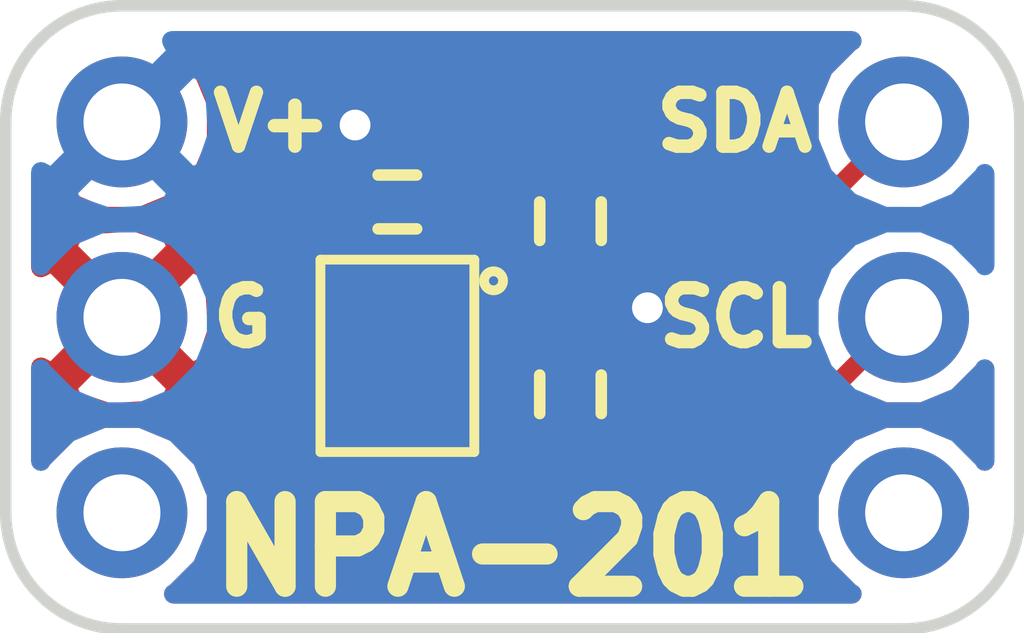
<source format=kicad_pcb>
(kicad_pcb (version 4) (host pcbnew 4.0.5-e0-6337~49~ubuntu15.04.1)

  (general
    (links 12)
    (no_connects 0)
    (area 127.616191 94.485 145.866667 105.785)
    (thickness 1.6)
    (drawings 13)
    (tracks 27)
    (zones 0)
    (modules 6)
    (nets 7)
  )

  (page A)
  (title_block
    (title "NPA 201 Breakout")
    (date 2017-01-26)
    (rev 1.0)
  )

  (layers
    (0 F.Cu signal)
    (31 B.Cu signal)
    (32 B.Adhes user)
    (33 F.Adhes user)
    (34 B.Paste user)
    (35 F.Paste user)
    (36 B.SilkS user)
    (37 F.SilkS user)
    (38 B.Mask user)
    (39 F.Mask user)
    (40 Dwgs.User user)
    (41 Cmts.User user)
    (42 Eco1.User user)
    (43 Eco2.User user)
    (44 Edge.Cuts user)
    (45 Margin user)
    (46 B.CrtYd user)
    (47 F.CrtYd user)
    (48 B.Fab user)
    (49 F.Fab user)
  )

  (setup
    (last_trace_width 0.25)
    (trace_clearance 0.2)
    (zone_clearance 0.254)
    (zone_45_only no)
    (trace_min 0.2)
    (segment_width 0.2)
    (edge_width 0.15)
    (via_size 0.6)
    (via_drill 0.4)
    (via_min_size 0.4)
    (via_min_drill 0.3)
    (uvia_size 0.3)
    (uvia_drill 0.1)
    (uvias_allowed no)
    (uvia_min_size 0.2)
    (uvia_min_drill 0.1)
    (pcb_text_width 0.3)
    (pcb_text_size 1.5 1.5)
    (mod_edge_width 0.15)
    (mod_text_size 1 1)
    (mod_text_width 0.15)
    (pad_size 1.524 1.524)
    (pad_drill 0.762)
    (pad_to_mask_clearance 0.2)
    (aux_axis_origin 0 0)
    (visible_elements FFFFFF7F)
    (pcbplotparams
      (layerselection 0x010f0_80000001)
      (usegerberextensions true)
      (excludeedgelayer true)
      (linewidth 0.100000)
      (plotframeref false)
      (viasonmask false)
      (mode 1)
      (useauxorigin false)
      (hpglpennumber 1)
      (hpglpenspeed 20)
      (hpglpendiameter 15)
      (hpglpenoverlay 2)
      (psnegative false)
      (psa4output false)
      (plotreference false)
      (plotvalue false)
      (plotinvisibletext false)
      (padsonsilk false)
      (subtractmaskfromsilk false)
      (outputformat 1)
      (mirror false)
      (drillshape 0)
      (scaleselection 1)
      (outputdirectory gerbers/))
  )

  (net 0 "")
  (net 1 +3V3)
  (net 2 GND)
  (net 3 /I2C_SDA)
  (net 4 /I2C_SCL)
  (net 5 "Net-(U1-Pad2)")
  (net 6 "Net-(U1-Pad5)")

  (net_class Default "This is the default net class."
    (clearance 0.2)
    (trace_width 0.25)
    (via_dia 0.6)
    (via_drill 0.4)
    (uvia_dia 0.3)
    (uvia_drill 0.1)
    (add_net +3V3)
    (add_net /I2C_SCL)
    (add_net /I2C_SDA)
    (add_net GND)
    (add_net "Net-(U1-Pad2)")
    (add_net "Net-(U1-Pad5)")
  )

  (module NPA_201_Breakout:Pin_Header_1x3_2.54mm_Pitch (layer F.Cu) (tedit 58753904) (tstamp 587538A4)
    (at 131.84 97.46)
    (path /58752F3E)
    (fp_text reference P1 (at 0 -2) (layer F.SilkS) hide
      (effects (font (size 1 1) (thickness 0.15)))
    )
    (fp_text value PWR_CONN (at 0 7.25) (layer F.Fab) hide
      (effects (font (size 1 1) (thickness 0.15)))
    )
    (pad 1 thru_hole circle (at 0 0) (size 1.7 1.7) (drill 1) (layers *.Cu *.Mask)
      (net 1 +3V3))
    (pad 2 thru_hole circle (at 0 2.54) (size 1.7 1.7) (drill 1) (layers *.Cu *.Mask)
      (net 2 GND))
    (pad 3 thru_hole circle (at 0 5.08) (size 1.7 1.7) (drill 1) (layers *.Cu *.Mask))
  )

  (module NPA_201_Breakout:Pin_Header_1x3_2.54mm_Pitch (layer F.Cu) (tedit 58753906) (tstamp 587538AB)
    (at 142 97.46)
    (path /58752FDF)
    (fp_text reference P2 (at 0 -2) (layer F.SilkS) hide
      (effects (font (size 1 1) (thickness 0.15)))
    )
    (fp_text value I2C_CONN (at 0 7.25) (layer F.Fab) hide
      (effects (font (size 1 1) (thickness 0.15)))
    )
    (pad 1 thru_hole circle (at 0 0) (size 1.7 1.7) (drill 1) (layers *.Cu *.Mask)
      (net 3 /I2C_SDA))
    (pad 2 thru_hole circle (at 0 2.54) (size 1.7 1.7) (drill 1) (layers *.Cu *.Mask)
      (net 4 /I2C_SCL))
    (pad 3 thru_hole circle (at 0 5.08) (size 1.7 1.7) (drill 1) (layers *.Cu *.Mask))
  )

  (module NPA_201_Breakout:NPA_201 (layer F.Cu) (tedit 58753B26) (tstamp 587538C8)
    (at 135.42 100.5 270)
    (path /58752C86)
    (fp_text reference U1 (at 0 -2 270) (layer F.SilkS) hide
      (effects (font (size 1 1) (thickness 0.15)))
    )
    (fp_text value NPA201 (at 0 2 270) (layer F.Fab) hide
      (effects (font (size 1 1) (thickness 0.15)))
    )
    (fp_circle (center -0.975 -1.25) (end -0.975 -1.19) (layer F.SilkS) (width 0.127))
    (fp_line (start -1.25 1) (end -1.25 -1) (layer F.SilkS) (width 0.127))
    (fp_line (start 1.25 1) (end -1.25 1) (layer F.SilkS) (width 0.127))
    (fp_line (start 1.25 -1) (end 1.25 1) (layer F.SilkS) (width 0.127))
    (fp_line (start -1.25 -1) (end 1.25 -1) (layer F.SilkS) (width 0.127))
    (pad 1 smd rect (at -0.975 -0.725 270) (size 0.4 0.4) (layers F.Cu F.Paste F.Mask)
      (net 2 GND) (solder_mask_margin 0.05) (solder_paste_margin -0.025))
    (pad 2 smd rect (at -0.325 -0.725 270) (size 0.4 0.4) (layers F.Cu F.Paste F.Mask)
      (net 5 "Net-(U1-Pad2)") (solder_mask_margin 0.05) (solder_paste_margin -0.025))
    (pad 3 smd rect (at 0.325 -0.725 270) (size 0.4 0.4) (layers F.Cu F.Paste F.Mask)
      (net 3 /I2C_SDA) (solder_mask_margin 0.05) (solder_paste_margin -0.025))
    (pad 4 smd rect (at 0.975 -0.725 270) (size 0.4 0.4) (layers F.Cu F.Paste F.Mask)
      (net 4 /I2C_SCL) (solder_mask_margin 0.05) (solder_paste_margin -0.025))
    (pad 8 smd rect (at -0.975 0.725 270) (size 0.4 0.4) (layers F.Cu F.Paste F.Mask)
      (net 1 +3V3) (solder_mask_margin 0.05) (solder_paste_margin -0.025))
    (pad 7 smd rect (at -0.325 0.725 270) (size 0.4 0.4) (layers F.Cu F.Paste F.Mask)
      (net 2 GND) (solder_mask_margin 0.05) (solder_paste_margin -0.025))
    (pad 6 smd rect (at 0.325 0.725 270) (size 0.4 0.4) (layers F.Cu F.Paste F.Mask)
      (net 1 +3V3) (solder_mask_margin 0.05) (solder_paste_margin -0.025))
    (pad 5 smd rect (at 0.975 0.725 270) (size 0.4 0.4) (layers F.Cu F.Paste F.Mask)
      (net 6 "Net-(U1-Pad5)") (solder_mask_margin 0.05) (solder_paste_margin -0.025))
  )

  (module NPA_201_Breakout:C_0402 (layer F.Cu) (tedit 58754555) (tstamp 5875389D)
    (at 135.42 98.5)
    (descr "Capacitor SMD 0402, reflow soldering, AVX (see smccp.pdf)")
    (tags "capacitor 0402")
    (path /58752A02)
    (attr smd)
    (fp_text reference C1 (at 0 -1.7) (layer F.SilkS) hide
      (effects (font (size 1 1) (thickness 0.15)))
    )
    (fp_text value 0.1uF (at 0 1.7) (layer F.Fab) hide
      (effects (font (size 1 1) (thickness 0.15)))
    )
    (fp_line (start -0.5 0.25) (end -0.5 -0.25) (layer F.Fab) (width 0.15))
    (fp_line (start 0.5 0.25) (end -0.5 0.25) (layer F.Fab) (width 0.15))
    (fp_line (start 0.5 -0.25) (end 0.5 0.25) (layer F.Fab) (width 0.15))
    (fp_line (start -0.5 -0.25) (end 0.5 -0.25) (layer F.Fab) (width 0.15))
    (fp_line (start -1.15 -0.6) (end 1.15 -0.6) (layer F.CrtYd) (width 0.05))
    (fp_line (start -1.15 0.6) (end 1.15 0.6) (layer F.CrtYd) (width 0.05))
    (fp_line (start -1.15 -0.6) (end -1.15 0.6) (layer F.CrtYd) (width 0.05))
    (fp_line (start 1.15 -0.6) (end 1.15 0.6) (layer F.CrtYd) (width 0.05))
    (fp_line (start 0.25 -0.35) (end -0.25 -0.35) (layer F.SilkS) (width 0.15))
    (fp_line (start -0.25 0.35) (end 0.25 0.35) (layer F.SilkS) (width 0.15))
    (pad 1 smd rect (at -0.55 0) (size 0.6 0.5) (layers F.Cu F.Paste F.Mask)
      (net 1 +3V3) (solder_mask_margin 0.1))
    (pad 2 smd rect (at 0.55 0) (size 0.6 0.5) (layers F.Cu F.Paste F.Mask)
      (net 2 GND) (solder_mask_margin 0.1))
    (model Capacitors_SMD.3dshapes/C_0402.wrl
      (at (xyz 0 0 0))
      (scale (xyz 1 1 1))
      (rotate (xyz 0 0 0))
    )
  )

  (module NPA_201_Breakout:R_0402 (layer F.Cu) (tedit 587545B1) (tstamp 587538B7)
    (at 137.67 98.75 90)
    (descr "Resistor SMD 0402, reflow soldering, Vishay (see dcrcw.pdf)")
    (tags "resistor 0402")
    (path /58752A7A)
    (attr smd)
    (fp_text reference R2 (at 0 -1.8 90) (layer F.SilkS) hide
      (effects (font (size 1 1) (thickness 0.15)))
    )
    (fp_text value 4.7K (at 0 1.8 90) (layer F.Fab) hide
      (effects (font (size 1 1) (thickness 0.15)))
    )
    (fp_line (start -0.5 0.25) (end -0.5 -0.25) (layer F.Fab) (width 0.1))
    (fp_line (start 0.5 0.25) (end -0.5 0.25) (layer F.Fab) (width 0.1))
    (fp_line (start 0.5 -0.25) (end 0.5 0.25) (layer F.Fab) (width 0.1))
    (fp_line (start -0.5 -0.25) (end 0.5 -0.25) (layer F.Fab) (width 0.1))
    (fp_line (start -0.95 -0.65) (end 0.95 -0.65) (layer F.CrtYd) (width 0.05))
    (fp_line (start -0.95 0.65) (end 0.95 0.65) (layer F.CrtYd) (width 0.05))
    (fp_line (start -0.95 -0.65) (end -0.95 0.65) (layer F.CrtYd) (width 0.05))
    (fp_line (start 0.95 -0.65) (end 0.95 0.65) (layer F.CrtYd) (width 0.05))
    (fp_line (start 0.25 -0.4) (end -0.25 -0.4) (layer F.SilkS) (width 0.15))
    (fp_line (start -0.25 0.4) (end 0.25 0.4) (layer F.SilkS) (width 0.15))
    (pad 1 smd rect (at -0.45 0 90) (size 0.4 0.6) (layers F.Cu F.Paste F.Mask)
      (net 1 +3V3) (solder_mask_margin 0.1))
    (pad 2 smd rect (at 0.45 0 90) (size 0.4 0.6) (layers F.Cu F.Paste F.Mask)
      (net 3 /I2C_SDA) (solder_mask_margin 0.1))
    (model Resistors_SMD.3dshapes/R_0402.wrl
      (at (xyz 0 0 0))
      (scale (xyz 1 1 1))
      (rotate (xyz 0 0 0))
    )
  )

  (module NPA_201_Breakout:R_0402 (layer F.Cu) (tedit 587545B1) (tstamp 587538B1)
    (at 137.67 101 270)
    (descr "Resistor SMD 0402, reflow soldering, Vishay (see dcrcw.pdf)")
    (tags "resistor 0402")
    (path /58752A57)
    (attr smd)
    (fp_text reference R1 (at 0 -1.8 270) (layer F.SilkS) hide
      (effects (font (size 1 1) (thickness 0.15)))
    )
    (fp_text value 4.7K (at 0 1.8 270) (layer F.Fab) hide
      (effects (font (size 1 1) (thickness 0.15)))
    )
    (fp_line (start -0.5 0.25) (end -0.5 -0.25) (layer F.Fab) (width 0.1))
    (fp_line (start 0.5 0.25) (end -0.5 0.25) (layer F.Fab) (width 0.1))
    (fp_line (start 0.5 -0.25) (end 0.5 0.25) (layer F.Fab) (width 0.1))
    (fp_line (start -0.5 -0.25) (end 0.5 -0.25) (layer F.Fab) (width 0.1))
    (fp_line (start -0.95 -0.65) (end 0.95 -0.65) (layer F.CrtYd) (width 0.05))
    (fp_line (start -0.95 0.65) (end 0.95 0.65) (layer F.CrtYd) (width 0.05))
    (fp_line (start -0.95 -0.65) (end -0.95 0.65) (layer F.CrtYd) (width 0.05))
    (fp_line (start 0.95 -0.65) (end 0.95 0.65) (layer F.CrtYd) (width 0.05))
    (fp_line (start 0.25 -0.4) (end -0.25 -0.4) (layer F.SilkS) (width 0.15))
    (fp_line (start -0.25 0.4) (end 0.25 0.4) (layer F.SilkS) (width 0.15))
    (pad 1 smd rect (at -0.45 0 270) (size 0.4 0.6) (layers F.Cu F.Paste F.Mask)
      (net 1 +3V3) (solder_mask_margin 0.1))
    (pad 2 smd rect (at 0.45 0 270) (size 0.4 0.6) (layers F.Cu F.Paste F.Mask)
      (net 4 /I2C_SCL) (solder_mask_margin 0.1))
    (model Resistors_SMD.3dshapes/R_0402.wrl
      (at (xyz 0 0 0))
      (scale (xyz 1 1 1))
      (rotate (xyz 0 0 0))
    )
  )

  (gr_arc (start 142 102.54) (end 143.51 102.54) (angle 90) (layer Edge.Cuts) (width 0.15) (tstamp 5875413A))
  (gr_arc (start 131.84 102.54) (end 131.84 104.05) (angle 90) (layer Edge.Cuts) (width 0.15) (tstamp 58754137))
  (gr_arc (start 131.84 97.46) (end 130.33 97.46) (angle 90) (layer Edge.Cuts) (width 0.15) (tstamp 58754131))
  (gr_arc (start 142 97.46) (end 142 95.95) (angle 90) (layer Edge.Cuts) (width 0.15))
  (gr_text NPA-201 (at 136.92 103) (layer F.SilkS)
    (effects (font (size 1.1 1.1) (thickness 0.275)))
  )
  (gr_text SCL (at 140.9 100) (layer F.SilkS) (tstamp 58753CCD)
    (effects (font (size 0.7 0.7) (thickness 0.175)) (justify right))
  )
  (gr_text SDA (at 140.9 97.46) (layer F.SilkS) (tstamp 58753CCB)
    (effects (font (size 0.7 0.7) (thickness 0.175)) (justify right))
  )
  (gr_text G (at 132.94 100) (layer F.SilkS) (tstamp 58753CC4)
    (effects (font (size 0.7 0.7) (thickness 0.175)) (justify left))
  )
  (gr_text V+ (at 132.94 97.46) (layer F.SilkS)
    (effects (font (size 0.7 0.7) (thickness 0.175)) (justify left))
  )
  (gr_line (start 130.33 102.54) (end 130.33 97.46) (layer Edge.Cuts) (width 0.15))
  (gr_line (start 142 104.05) (end 131.84 104.05) (layer Edge.Cuts) (width 0.15))
  (gr_line (start 143.51 97.46) (end 143.51 102.54) (layer Edge.Cuts) (width 0.15))
  (gr_line (start 131.84 95.95) (end 142 95.95) (layer Edge.Cuts) (width 0.15))

  (segment (start 137.67 100.55) (end 137.995 100.55) (width 0.25) (layer F.Cu) (net 1))
  (segment (start 137.995 100.55) (end 138.67 99.875) (width 0.25) (layer F.Cu) (net 1))
  (segment (start 137.67 99.2) (end 137.995 99.2) (width 0.25) (layer F.Cu) (net 1))
  (segment (start 137.995 99.2) (end 138.67 99.875) (width 0.25) (layer F.Cu) (net 1))
  (segment (start 134.87 98.5) (end 134.87 97.5) (width 0.25) (layer F.Cu) (net 1))
  (via (at 134.87 97.5) (size 0.6) (drill 0.4) (layers F.Cu B.Cu) (net 1))
  (via (at 138.67 99.875) (size 0.6) (drill 0.4) (layers F.Cu B.Cu) (net 1))
  (segment (start 134.87 98.5) (end 134.87 99.35) (width 0.25) (layer F.Cu) (net 1))
  (segment (start 134.87 99.35) (end 134.695 99.525) (width 0.25) (layer F.Cu) (net 1))
  (segment (start 134.695 99.525) (end 135.145 99.525) (width 0.25) (layer F.Cu) (net 1))
  (segment (start 135.145 99.525) (end 135.37 99.75) (width 0.25) (layer F.Cu) (net 1))
  (segment (start 135.37 99.75) (end 135.37 100.6) (width 0.25) (layer F.Cu) (net 1))
  (segment (start 135.37 100.6) (end 135.145 100.825) (width 0.25) (layer F.Cu) (net 1))
  (segment (start 135.145 100.825) (end 134.695 100.825) (width 0.25) (layer F.Cu) (net 1))
  (segment (start 135.97 98.5) (end 135.97 99.35) (width 0.25) (layer F.Cu) (net 2))
  (segment (start 135.97 99.35) (end 136.145 99.525) (width 0.25) (layer F.Cu) (net 2))
  (segment (start 137.67 98.3) (end 141.16 98.3) (width 0.25) (layer F.Cu) (net 3))
  (segment (start 141.16 98.3) (end 142 97.46) (width 0.25) (layer F.Cu) (net 3))
  (segment (start 136.145 100.825) (end 136.480002 100.825) (width 0.25) (layer F.Cu) (net 3))
  (segment (start 136.480002 100.825) (end 136.75 100.555002) (width 0.25) (layer F.Cu) (net 3))
  (segment (start 136.75 100.555002) (end 136.75 98.86) (width 0.25) (layer F.Cu) (net 3))
  (segment (start 136.75 98.86) (end 137.31 98.3) (width 0.25) (layer F.Cu) (net 3))
  (segment (start 137.31 98.3) (end 137.67 98.3) (width 0.25) (layer F.Cu) (net 3))
  (segment (start 137.67 101.45) (end 140.55 101.45) (width 0.25) (layer F.Cu) (net 4))
  (segment (start 140.55 101.45) (end 142 100) (width 0.25) (layer F.Cu) (net 4))
  (segment (start 136.145 101.475) (end 137.645 101.475) (width 0.25) (layer F.Cu) (net 4))
  (segment (start 137.645 101.475) (end 137.67 101.45) (width 0.25) (layer F.Cu) (net 4))

  (zone (net 2) (net_name GND) (layer F.Cu) (tstamp 0) (hatch edge 0.508)
    (connect_pads (clearance 0.254))
    (min_thickness 0.254)
    (fill yes (arc_segments 16) (thermal_gap 0.254) (thermal_bridge_width 0.508))
    (polygon
      (pts
        (xy 130.33 95.95) (xy 143.51 95.95) (xy 143.51 104.05) (xy 130.33 104.05)
      )
    )
    (filled_polygon
      (pts
        (xy 141.303605 96.4158) (xy 140.957017 96.761784) (xy 140.769214 97.214065) (xy 140.768787 97.703787) (xy 140.806062 97.794)
        (xy 138.197032 97.794) (xy 138.121134 97.742141) (xy 137.97 97.711536) (xy 137.37 97.711536) (xy 137.22881 97.738103)
        (xy 137.099135 97.821546) (xy 137.070869 97.862914) (xy 136.952204 97.942204) (xy 136.651 98.243408) (xy 136.651 98.174215)
        (xy 136.592996 98.034181) (xy 136.48582 97.927004) (xy 136.345786 97.869) (xy 136.19225 97.869) (xy 136.097 97.96425)
        (xy 136.097 98.375) (xy 136.117 98.375) (xy 136.117 98.625) (xy 136.097 98.625) (xy 136.097 98.647)
        (xy 135.843 98.647) (xy 135.843 98.625) (xy 135.823 98.625) (xy 135.823 98.375) (xy 135.843 98.375)
        (xy 135.843 97.96425) (xy 135.74775 97.869) (xy 135.594214 97.869) (xy 135.45418 97.927004) (xy 135.420886 97.960298)
        (xy 135.39235 97.940801) (xy 135.446987 97.886259) (xy 135.550882 97.636054) (xy 135.551118 97.365135) (xy 135.447661 97.114748)
        (xy 135.256259 96.923013) (xy 135.006054 96.819118) (xy 134.735135 96.818882) (xy 134.484748 96.922339) (xy 134.293013 97.113741)
        (xy 134.189118 97.363946) (xy 134.188882 97.634865) (xy 134.292339 97.885252) (xy 134.347448 97.940457) (xy 134.299135 97.971546)
        (xy 134.212141 98.098866) (xy 134.181536 98.25) (xy 134.181536 98.75) (xy 134.208103 98.89119) (xy 134.283493 99.00835)
        (xy 134.224135 99.046546) (xy 134.137141 99.173866) (xy 134.106536 99.325) (xy 134.106536 99.725) (xy 134.131409 99.857186)
        (xy 134.114 99.899214) (xy 134.114 99.97975) (xy 134.20925 100.075) (xy 134.332364 100.075) (xy 134.343866 100.082859)
        (xy 134.495 100.113464) (xy 134.842 100.113464) (xy 134.842 100.236536) (xy 134.495 100.236536) (xy 134.35381 100.263103)
        (xy 134.335321 100.275) (xy 134.20925 100.275) (xy 134.114 100.37025) (xy 134.114 100.450786) (xy 134.132682 100.495887)
        (xy 134.106536 100.625) (xy 134.106536 101.025) (xy 134.13092 101.154588) (xy 134.106536 101.275) (xy 134.106536 101.675)
        (xy 134.133103 101.81619) (xy 134.216546 101.945865) (xy 134.343866 102.032859) (xy 134.495 102.063464) (xy 134.895 102.063464)
        (xy 135.03619 102.036897) (xy 135.165865 101.953454) (xy 135.252859 101.826134) (xy 135.283464 101.675) (xy 135.283464 101.303458)
        (xy 135.338638 101.292483) (xy 135.502796 101.182796) (xy 135.573015 101.112577) (xy 135.58092 101.154588) (xy 135.556536 101.275)
        (xy 135.556536 101.675) (xy 135.583103 101.81619) (xy 135.666546 101.945865) (xy 135.793866 102.032859) (xy 135.945 102.063464)
        (xy 136.345 102.063464) (xy 136.48619 102.036897) (xy 136.573057 101.981) (xy 137.179557 101.981) (xy 137.218866 102.007859)
        (xy 137.37 102.038464) (xy 137.97 102.038464) (xy 138.11119 102.011897) (xy 138.198057 101.956) (xy 140.55 101.956)
        (xy 140.743638 101.917483) (xy 140.907796 101.807796) (xy 141.563808 101.151784) (xy 141.754065 101.230786) (xy 142.243787 101.231213)
        (xy 142.696395 101.0442) (xy 143.042983 100.698216) (xy 143.054 100.671684) (xy 143.054 101.867323) (xy 143.0442 101.843605)
        (xy 142.698216 101.497017) (xy 142.245935 101.309214) (xy 141.756213 101.308787) (xy 141.303605 101.4958) (xy 140.957017 101.841784)
        (xy 140.769214 102.294065) (xy 140.768787 102.783787) (xy 140.9558 103.236395) (xy 141.301784 103.582983) (xy 141.328316 103.594)
        (xy 132.512677 103.594) (xy 132.536395 103.5842) (xy 132.882983 103.238216) (xy 133.070786 102.785935) (xy 133.071213 102.296213)
        (xy 132.8842 101.843605) (xy 132.538216 101.497017) (xy 132.085935 101.309214) (xy 131.596213 101.308787) (xy 131.143605 101.4958)
        (xy 130.797017 101.841784) (xy 130.786 101.868316) (xy 130.786 100.905021) (xy 131.114584 100.905021) (xy 131.208792 101.084848)
        (xy 131.671993 101.243822) (xy 132.160772 101.213435) (xy 132.471208 101.084848) (xy 132.565416 100.905021) (xy 131.84 100.179605)
        (xy 131.114584 100.905021) (xy 130.786 100.905021) (xy 130.786 100.647369) (xy 130.934979 100.725416) (xy 131.660395 100)
        (xy 132.019605 100) (xy 132.745021 100.725416) (xy 132.924848 100.631208) (xy 133.083822 100.168007) (xy 133.053435 99.679228)
        (xy 132.924848 99.368792) (xy 132.745021 99.274584) (xy 132.019605 100) (xy 131.660395 100) (xy 130.934979 99.274584)
        (xy 130.786 99.352631) (xy 130.786 99.094979) (xy 131.114584 99.094979) (xy 131.84 99.820395) (xy 132.565416 99.094979)
        (xy 132.471208 98.915152) (xy 132.008007 98.756178) (xy 131.519228 98.786565) (xy 131.208792 98.915152) (xy 131.114584 99.094979)
        (xy 130.786 99.094979) (xy 130.786 98.132677) (xy 130.7958 98.156395) (xy 131.141784 98.502983) (xy 131.594065 98.690786)
        (xy 132.083787 98.691213) (xy 132.536395 98.5042) (xy 132.882983 98.158216) (xy 133.070786 97.705935) (xy 133.071213 97.216213)
        (xy 132.8842 96.763605) (xy 132.538216 96.417017) (xy 132.511684 96.406) (xy 141.327323 96.406)
      )
    )
    (filled_polygon
      (pts
        (xy 136.244 99.586536) (xy 135.998 99.586536) (xy 135.998 99.425) (xy 136.045 99.425) (xy 136.045 99.378)
        (xy 136.244 99.378)
      )
    )
  )
  (zone (net 1) (net_name +3V3) (layer B.Cu) (tstamp 5875438C) (hatch edge 0.508)
    (connect_pads (clearance 0.254))
    (min_thickness 0.254)
    (fill yes (arc_segments 16) (thermal_gap 0.254) (thermal_bridge_width 0.508))
    (polygon
      (pts
        (xy 130.33 95.95) (xy 143.51 95.95) (xy 143.51 104.05) (xy 130.33 104.05)
      )
    )
    (filled_polygon
      (pts
        (xy 141.303605 96.4158) (xy 140.957017 96.761784) (xy 140.769214 97.214065) (xy 140.768787 97.703787) (xy 140.9558 98.156395)
        (xy 141.301784 98.502983) (xy 141.754065 98.690786) (xy 142.243787 98.691213) (xy 142.696395 98.5042) (xy 143.042983 98.158216)
        (xy 143.054 98.131684) (xy 143.054 99.327323) (xy 143.0442 99.303605) (xy 142.698216 98.957017) (xy 142.245935 98.769214)
        (xy 141.756213 98.768787) (xy 141.303605 98.9558) (xy 140.957017 99.301784) (xy 140.769214 99.754065) (xy 140.768787 100.243787)
        (xy 140.9558 100.696395) (xy 141.301784 101.042983) (xy 141.754065 101.230786) (xy 142.243787 101.231213) (xy 142.696395 101.0442)
        (xy 143.042983 100.698216) (xy 143.054 100.671684) (xy 143.054 101.867323) (xy 143.0442 101.843605) (xy 142.698216 101.497017)
        (xy 142.245935 101.309214) (xy 141.756213 101.308787) (xy 141.303605 101.4958) (xy 140.957017 101.841784) (xy 140.769214 102.294065)
        (xy 140.768787 102.783787) (xy 140.9558 103.236395) (xy 141.301784 103.582983) (xy 141.328316 103.594) (xy 132.512677 103.594)
        (xy 132.536395 103.5842) (xy 132.882983 103.238216) (xy 133.070786 102.785935) (xy 133.071213 102.296213) (xy 132.8842 101.843605)
        (xy 132.538216 101.497017) (xy 132.085935 101.309214) (xy 131.596213 101.308787) (xy 131.143605 101.4958) (xy 130.797017 101.841784)
        (xy 130.786 101.868316) (xy 130.786 100.672677) (xy 130.7958 100.696395) (xy 131.141784 101.042983) (xy 131.594065 101.230786)
        (xy 132.083787 101.231213) (xy 132.536395 101.0442) (xy 132.882983 100.698216) (xy 133.070786 100.245935) (xy 133.071213 99.756213)
        (xy 132.8842 99.303605) (xy 132.538216 98.957017) (xy 132.085935 98.769214) (xy 131.596213 98.768787) (xy 131.143605 98.9558)
        (xy 130.797017 99.301784) (xy 130.786 99.328316) (xy 130.786 98.365021) (xy 131.114584 98.365021) (xy 131.208792 98.544848)
        (xy 131.671993 98.703822) (xy 132.160772 98.673435) (xy 132.471208 98.544848) (xy 132.565416 98.365021) (xy 131.84 97.639605)
        (xy 131.114584 98.365021) (xy 130.786 98.365021) (xy 130.786 98.107369) (xy 130.934979 98.185416) (xy 131.660395 97.46)
        (xy 132.019605 97.46) (xy 132.745021 98.185416) (xy 132.924848 98.091208) (xy 133.083822 97.628007) (xy 133.053435 97.139228)
        (xy 132.924848 96.828792) (xy 132.745021 96.734584) (xy 132.019605 97.46) (xy 131.660395 97.46) (xy 131.646253 97.445858)
        (xy 131.825858 97.266253) (xy 131.84 97.280395) (xy 132.565416 96.554979) (xy 132.487369 96.406) (xy 141.327323 96.406)
      )
    )
  )
)

</source>
